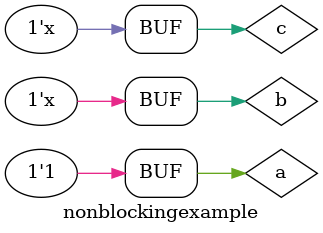
<source format=v>
module nonblockingexample;

reg a, b, c;

initial
	begin
	a = 1;
	b = 1;
	end

initial
	begin
	#10 a <= ~b;
	b <= a;
	c <= ~ (a & b);
	#10;
	end
endmodule
	

</source>
